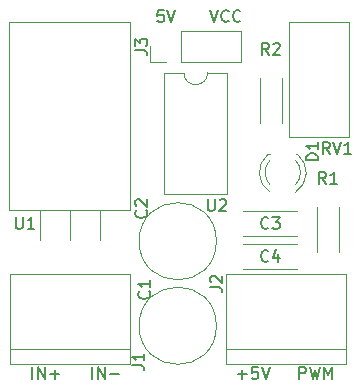
<source format=gbr>
%TF.GenerationSoftware,KiCad,Pcbnew,(5.1.7)-1*%
%TF.CreationDate,2021-03-06T16:41:31+01:00*%
%TF.ProjectId,VarFreq_TH,56617246-7265-4715-9f54-482e6b696361,rev?*%
%TF.SameCoordinates,Original*%
%TF.FileFunction,Legend,Top*%
%TF.FilePolarity,Positive*%
%FSLAX46Y46*%
G04 Gerber Fmt 4.6, Leading zero omitted, Abs format (unit mm)*
G04 Created by KiCad (PCBNEW (5.1.7)-1) date 2021-03-06 16:41:31*
%MOMM*%
%LPD*%
G01*
G04 APERTURE LIST*
%ADD10C,0.150000*%
%ADD11C,0.120000*%
G04 APERTURE END LIST*
D10*
X44894666Y-28662380D02*
X45228000Y-29662380D01*
X45561333Y-28662380D01*
X46466095Y-29567142D02*
X46418476Y-29614761D01*
X46275619Y-29662380D01*
X46180380Y-29662380D01*
X46037523Y-29614761D01*
X45942285Y-29519523D01*
X45894666Y-29424285D01*
X45847047Y-29233809D01*
X45847047Y-29090952D01*
X45894666Y-28900476D01*
X45942285Y-28805238D01*
X46037523Y-28710000D01*
X46180380Y-28662380D01*
X46275619Y-28662380D01*
X46418476Y-28710000D01*
X46466095Y-28757619D01*
X47466095Y-29567142D02*
X47418476Y-29614761D01*
X47275619Y-29662380D01*
X47180380Y-29662380D01*
X47037523Y-29614761D01*
X46942285Y-29519523D01*
X46894666Y-29424285D01*
X46847047Y-29233809D01*
X46847047Y-29090952D01*
X46894666Y-28900476D01*
X46942285Y-28805238D01*
X47037523Y-28710000D01*
X47180380Y-28662380D01*
X47275619Y-28662380D01*
X47418476Y-28710000D01*
X47466095Y-28757619D01*
X40957523Y-28662380D02*
X40481333Y-28662380D01*
X40433714Y-29138571D01*
X40481333Y-29090952D01*
X40576571Y-29043333D01*
X40814666Y-29043333D01*
X40909904Y-29090952D01*
X40957523Y-29138571D01*
X41005142Y-29233809D01*
X41005142Y-29471904D01*
X40957523Y-29567142D01*
X40909904Y-29614761D01*
X40814666Y-29662380D01*
X40576571Y-29662380D01*
X40481333Y-29614761D01*
X40433714Y-29567142D01*
X41290857Y-28662380D02*
X41624190Y-29662380D01*
X41957523Y-28662380D01*
X52443238Y-59888380D02*
X52443238Y-58888380D01*
X52824190Y-58888380D01*
X52919428Y-58936000D01*
X52967047Y-58983619D01*
X53014666Y-59078857D01*
X53014666Y-59221714D01*
X52967047Y-59316952D01*
X52919428Y-59364571D01*
X52824190Y-59412190D01*
X52443238Y-59412190D01*
X53348000Y-58888380D02*
X53586095Y-59888380D01*
X53776571Y-59174095D01*
X53967047Y-59888380D01*
X54205142Y-58888380D01*
X54586095Y-59888380D02*
X54586095Y-58888380D01*
X54919428Y-59602666D01*
X55252761Y-58888380D01*
X55252761Y-59888380D01*
X47228285Y-59507428D02*
X47990190Y-59507428D01*
X47609238Y-59888380D02*
X47609238Y-59126476D01*
X48942571Y-58888380D02*
X48466380Y-58888380D01*
X48418761Y-59364571D01*
X48466380Y-59316952D01*
X48561619Y-59269333D01*
X48799714Y-59269333D01*
X48894952Y-59316952D01*
X48942571Y-59364571D01*
X48990190Y-59459809D01*
X48990190Y-59697904D01*
X48942571Y-59793142D01*
X48894952Y-59840761D01*
X48799714Y-59888380D01*
X48561619Y-59888380D01*
X48466380Y-59840761D01*
X48418761Y-59793142D01*
X49275904Y-58888380D02*
X49609238Y-59888380D01*
X49942571Y-58888380D01*
X34925142Y-59888380D02*
X34925142Y-58888380D01*
X35401333Y-59888380D02*
X35401333Y-58888380D01*
X35972761Y-59888380D01*
X35972761Y-58888380D01*
X36448952Y-59507428D02*
X37210857Y-59507428D01*
X29845142Y-59888380D02*
X29845142Y-58888380D01*
X30321333Y-59888380D02*
X30321333Y-58888380D01*
X30892761Y-59888380D01*
X30892761Y-58888380D01*
X31368952Y-59507428D02*
X32130857Y-59507428D01*
X31749904Y-59888380D02*
X31749904Y-59126476D01*
D11*
%TO.C,U1*%
X27900000Y-45586000D02*
X38140000Y-45586000D01*
X27900000Y-29696000D02*
X38140000Y-29696000D01*
X27900000Y-29696000D02*
X27900000Y-45586000D01*
X38140000Y-29696000D02*
X38140000Y-45586000D01*
X30480000Y-45586000D02*
X30480000Y-48126000D01*
X33020000Y-45586000D02*
X33020000Y-48126000D01*
X35560000Y-45586000D02*
X35560000Y-48126000D01*
%TO.C,C1*%
X45434000Y-55392000D02*
G75*
G03*
X45434000Y-55392000I-3270000J0D01*
G01*
%TO.C,C2*%
X45434000Y-48240000D02*
G75*
G03*
X45434000Y-48240000I-3270000J0D01*
G01*
%TO.C,C3*%
X47728000Y-45666000D02*
X52268000Y-45666000D01*
X47728000Y-47806000D02*
X52268000Y-47806000D01*
X47728000Y-45666000D02*
X47728000Y-45681000D01*
X47728000Y-47791000D02*
X47728000Y-47806000D01*
X52268000Y-45666000D02*
X52268000Y-45681000D01*
X52268000Y-47791000D02*
X52268000Y-47806000D01*
%TO.C,C4*%
X52268000Y-50585000D02*
X52268000Y-50600000D01*
X52268000Y-48460000D02*
X52268000Y-48475000D01*
X47728000Y-50585000D02*
X47728000Y-50600000D01*
X47728000Y-48460000D02*
X47728000Y-48475000D01*
X47728000Y-50600000D02*
X52268000Y-50600000D01*
X47728000Y-48460000D02*
X52268000Y-48460000D01*
%TO.C,D1*%
X49974000Y-40858000D02*
X49818000Y-40858000D01*
X52290000Y-40858000D02*
X52134000Y-40858000D01*
X52132608Y-44090335D02*
G75*
G03*
X52289516Y-40858000I-1078608J1672335D01*
G01*
X49975392Y-44090335D02*
G75*
G02*
X49818484Y-40858000I1078608J1672335D01*
G01*
X52133837Y-43459130D02*
G75*
G03*
X52134000Y-41377039I-1079837J1041130D01*
G01*
X49974163Y-43459130D02*
G75*
G02*
X49974000Y-41377039I1079837J1041130D01*
G01*
%TO.C,J1*%
X38100000Y-57404000D02*
X27940000Y-57404000D01*
X38100000Y-58674000D02*
X38100000Y-51054000D01*
X38100000Y-51054000D02*
X27940000Y-51054000D01*
X27940000Y-51054000D02*
X27940000Y-58674000D01*
X27940000Y-58674000D02*
X38100000Y-58674000D01*
%TO.C,J2*%
X46228000Y-58674000D02*
X56388000Y-58674000D01*
X46228000Y-51054000D02*
X46228000Y-58674000D01*
X56388000Y-51054000D02*
X46228000Y-51054000D01*
X56388000Y-58674000D02*
X56388000Y-51054000D01*
X56388000Y-57404000D02*
X46228000Y-57404000D01*
%TO.C,J3*%
X39818000Y-33080000D02*
X39818000Y-31750000D01*
X41148000Y-33080000D02*
X39818000Y-33080000D01*
X42418000Y-33080000D02*
X42418000Y-30420000D01*
X42418000Y-30420000D02*
X47558000Y-30420000D01*
X42418000Y-33080000D02*
X47558000Y-33080000D01*
X47558000Y-33080000D02*
X47558000Y-30420000D01*
%TO.C,R1*%
X53944000Y-49164000D02*
X53944000Y-45324000D01*
X55784000Y-49164000D02*
X55784000Y-45324000D01*
%TO.C,R2*%
X50958000Y-38242000D02*
X50958000Y-34402000D01*
X49118000Y-38242000D02*
X49118000Y-34402000D01*
%TO.C,RV1*%
X56632000Y-39429000D02*
X51562000Y-39429000D01*
X56632000Y-29659000D02*
X51562000Y-29659000D01*
X51562000Y-29659000D02*
X51562000Y-39429000D01*
X56632000Y-29659000D02*
X56632000Y-39429000D01*
%TO.C,U2*%
X46338000Y-33976000D02*
X44688000Y-33976000D01*
X46338000Y-44256000D02*
X46338000Y-33976000D01*
X41038000Y-44256000D02*
X46338000Y-44256000D01*
X41038000Y-33976000D02*
X41038000Y-44256000D01*
X42688000Y-33976000D02*
X41038000Y-33976000D01*
X44688000Y-33976000D02*
G75*
G02*
X42688000Y-33976000I-1000000J0D01*
G01*
%TO.C,U1*%
D10*
X28448095Y-46188380D02*
X28448095Y-46997904D01*
X28495714Y-47093142D01*
X28543333Y-47140761D01*
X28638571Y-47188380D01*
X28829047Y-47188380D01*
X28924285Y-47140761D01*
X28971904Y-47093142D01*
X29019523Y-46997904D01*
X29019523Y-46188380D01*
X30019523Y-47188380D02*
X29448095Y-47188380D01*
X29733809Y-47188380D02*
X29733809Y-46188380D01*
X29638571Y-46331238D01*
X29543333Y-46426476D01*
X29448095Y-46474095D01*
%TO.C,C1*%
X39727142Y-52490666D02*
X39774761Y-52538285D01*
X39822380Y-52681142D01*
X39822380Y-52776380D01*
X39774761Y-52919238D01*
X39679523Y-53014476D01*
X39584285Y-53062095D01*
X39393809Y-53109714D01*
X39250952Y-53109714D01*
X39060476Y-53062095D01*
X38965238Y-53014476D01*
X38870000Y-52919238D01*
X38822380Y-52776380D01*
X38822380Y-52681142D01*
X38870000Y-52538285D01*
X38917619Y-52490666D01*
X39822380Y-51538285D02*
X39822380Y-52109714D01*
X39822380Y-51824000D02*
X38822380Y-51824000D01*
X38965238Y-51919238D01*
X39060476Y-52014476D01*
X39108095Y-52109714D01*
%TO.C,C2*%
X39473142Y-45632666D02*
X39520761Y-45680285D01*
X39568380Y-45823142D01*
X39568380Y-45918380D01*
X39520761Y-46061238D01*
X39425523Y-46156476D01*
X39330285Y-46204095D01*
X39139809Y-46251714D01*
X38996952Y-46251714D01*
X38806476Y-46204095D01*
X38711238Y-46156476D01*
X38616000Y-46061238D01*
X38568380Y-45918380D01*
X38568380Y-45823142D01*
X38616000Y-45680285D01*
X38663619Y-45632666D01*
X38663619Y-45251714D02*
X38616000Y-45204095D01*
X38568380Y-45108857D01*
X38568380Y-44870761D01*
X38616000Y-44775523D01*
X38663619Y-44727904D01*
X38758857Y-44680285D01*
X38854095Y-44680285D01*
X38996952Y-44727904D01*
X39568380Y-45299333D01*
X39568380Y-44680285D01*
%TO.C,C3*%
X49831333Y-47093142D02*
X49783714Y-47140761D01*
X49640857Y-47188380D01*
X49545619Y-47188380D01*
X49402761Y-47140761D01*
X49307523Y-47045523D01*
X49259904Y-46950285D01*
X49212285Y-46759809D01*
X49212285Y-46616952D01*
X49259904Y-46426476D01*
X49307523Y-46331238D01*
X49402761Y-46236000D01*
X49545619Y-46188380D01*
X49640857Y-46188380D01*
X49783714Y-46236000D01*
X49831333Y-46283619D01*
X50164666Y-46188380D02*
X50783714Y-46188380D01*
X50450380Y-46569333D01*
X50593238Y-46569333D01*
X50688476Y-46616952D01*
X50736095Y-46664571D01*
X50783714Y-46759809D01*
X50783714Y-46997904D01*
X50736095Y-47093142D01*
X50688476Y-47140761D01*
X50593238Y-47188380D01*
X50307523Y-47188380D01*
X50212285Y-47140761D01*
X50164666Y-47093142D01*
%TO.C,C4*%
X49831333Y-49887142D02*
X49783714Y-49934761D01*
X49640857Y-49982380D01*
X49545619Y-49982380D01*
X49402761Y-49934761D01*
X49307523Y-49839523D01*
X49259904Y-49744285D01*
X49212285Y-49553809D01*
X49212285Y-49410952D01*
X49259904Y-49220476D01*
X49307523Y-49125238D01*
X49402761Y-49030000D01*
X49545619Y-48982380D01*
X49640857Y-48982380D01*
X49783714Y-49030000D01*
X49831333Y-49077619D01*
X50688476Y-49315714D02*
X50688476Y-49982380D01*
X50450380Y-48934761D02*
X50212285Y-49649047D01*
X50831333Y-49649047D01*
%TO.C,D1*%
X54046380Y-41378095D02*
X53046380Y-41378095D01*
X53046380Y-41140000D01*
X53094000Y-40997142D01*
X53189238Y-40901904D01*
X53284476Y-40854285D01*
X53474952Y-40806666D01*
X53617809Y-40806666D01*
X53808285Y-40854285D01*
X53903523Y-40901904D01*
X53998761Y-40997142D01*
X54046380Y-41140000D01*
X54046380Y-41378095D01*
X54046380Y-39854285D02*
X54046380Y-40425714D01*
X54046380Y-40140000D02*
X53046380Y-40140000D01*
X53189238Y-40235238D01*
X53284476Y-40330476D01*
X53332095Y-40425714D01*
%TO.C,J1*%
X38314380Y-58753333D02*
X39028666Y-58753333D01*
X39171523Y-58800952D01*
X39266761Y-58896190D01*
X39314380Y-59039047D01*
X39314380Y-59134285D01*
X39314380Y-57753333D02*
X39314380Y-58324761D01*
X39314380Y-58039047D02*
X38314380Y-58039047D01*
X38457238Y-58134285D01*
X38552476Y-58229523D01*
X38600095Y-58324761D01*
%TO.C,J2*%
X44918380Y-52149333D02*
X45632666Y-52149333D01*
X45775523Y-52196952D01*
X45870761Y-52292190D01*
X45918380Y-52435047D01*
X45918380Y-52530285D01*
X45013619Y-51720761D02*
X44966000Y-51673142D01*
X44918380Y-51577904D01*
X44918380Y-51339809D01*
X44966000Y-51244571D01*
X45013619Y-51196952D01*
X45108857Y-51149333D01*
X45204095Y-51149333D01*
X45346952Y-51196952D01*
X45918380Y-51768380D01*
X45918380Y-51149333D01*
%TO.C,J3*%
X38568380Y-32083333D02*
X39282666Y-32083333D01*
X39425523Y-32130952D01*
X39520761Y-32226190D01*
X39568380Y-32369047D01*
X39568380Y-32464285D01*
X38568380Y-31702380D02*
X38568380Y-31083333D01*
X38949333Y-31416666D01*
X38949333Y-31273809D01*
X38996952Y-31178571D01*
X39044571Y-31130952D01*
X39139809Y-31083333D01*
X39377904Y-31083333D01*
X39473142Y-31130952D01*
X39520761Y-31178571D01*
X39568380Y-31273809D01*
X39568380Y-31559523D01*
X39520761Y-31654761D01*
X39473142Y-31702380D01*
%TO.C,R1*%
X54697333Y-43378380D02*
X54364000Y-42902190D01*
X54125904Y-43378380D02*
X54125904Y-42378380D01*
X54506857Y-42378380D01*
X54602095Y-42426000D01*
X54649714Y-42473619D01*
X54697333Y-42568857D01*
X54697333Y-42711714D01*
X54649714Y-42806952D01*
X54602095Y-42854571D01*
X54506857Y-42902190D01*
X54125904Y-42902190D01*
X55649714Y-43378380D02*
X55078285Y-43378380D01*
X55364000Y-43378380D02*
X55364000Y-42378380D01*
X55268761Y-42521238D01*
X55173523Y-42616476D01*
X55078285Y-42664095D01*
%TO.C,R2*%
X49871333Y-32456380D02*
X49538000Y-31980190D01*
X49299904Y-32456380D02*
X49299904Y-31456380D01*
X49680857Y-31456380D01*
X49776095Y-31504000D01*
X49823714Y-31551619D01*
X49871333Y-31646857D01*
X49871333Y-31789714D01*
X49823714Y-31884952D01*
X49776095Y-31932571D01*
X49680857Y-31980190D01*
X49299904Y-31980190D01*
X50252285Y-31551619D02*
X50299904Y-31504000D01*
X50395142Y-31456380D01*
X50633238Y-31456380D01*
X50728476Y-31504000D01*
X50776095Y-31551619D01*
X50823714Y-31646857D01*
X50823714Y-31742095D01*
X50776095Y-31884952D01*
X50204666Y-32456380D01*
X50823714Y-32456380D01*
%TO.C,RV1*%
X55030761Y-40838380D02*
X54697428Y-40362190D01*
X54459333Y-40838380D02*
X54459333Y-39838380D01*
X54840285Y-39838380D01*
X54935523Y-39886000D01*
X54983142Y-39933619D01*
X55030761Y-40028857D01*
X55030761Y-40171714D01*
X54983142Y-40266952D01*
X54935523Y-40314571D01*
X54840285Y-40362190D01*
X54459333Y-40362190D01*
X55316476Y-39838380D02*
X55649809Y-40838380D01*
X55983142Y-39838380D01*
X56840285Y-40838380D02*
X56268857Y-40838380D01*
X56554571Y-40838380D02*
X56554571Y-39838380D01*
X56459333Y-39981238D01*
X56364095Y-40076476D01*
X56268857Y-40124095D01*
%TO.C,U2*%
X44704095Y-44664380D02*
X44704095Y-45473904D01*
X44751714Y-45569142D01*
X44799333Y-45616761D01*
X44894571Y-45664380D01*
X45085047Y-45664380D01*
X45180285Y-45616761D01*
X45227904Y-45569142D01*
X45275523Y-45473904D01*
X45275523Y-44664380D01*
X45704095Y-44759619D02*
X45751714Y-44712000D01*
X45846952Y-44664380D01*
X46085047Y-44664380D01*
X46180285Y-44712000D01*
X46227904Y-44759619D01*
X46275523Y-44854857D01*
X46275523Y-44950095D01*
X46227904Y-45092952D01*
X45656476Y-45664380D01*
X46275523Y-45664380D01*
%TD*%
M02*

</source>
